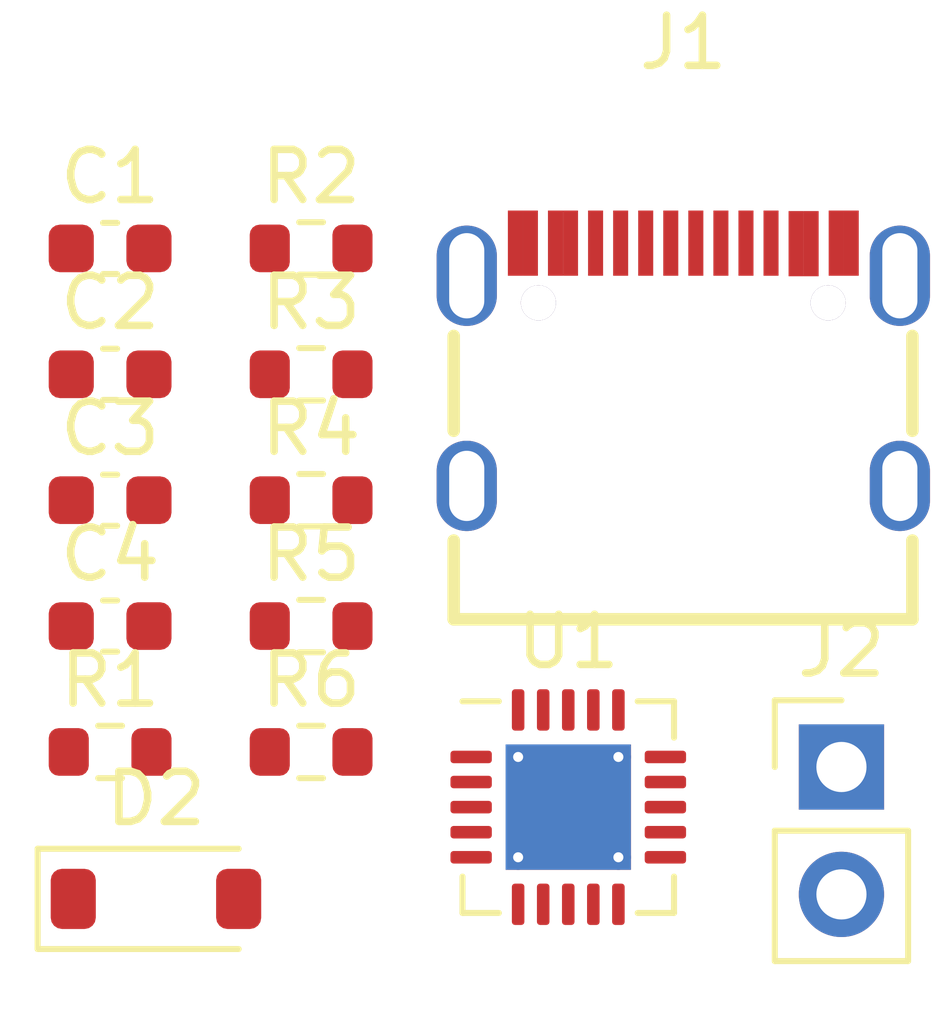
<source format=kicad_pcb>
(kicad_pcb (version 20221018) (generator pcbnew)
  (layers (0 "F.Cu" signal) (31 "B.Cu" signal) (34 "B.Paste" user) (35 "F.Paste" user) (36 "B.SilkS" user "B.Silkscreen") (37 "F.SilkS" user "F.Silkscreen") (38 "B.Mask" user) (39 "F.Mask" user) (44 "Edge.Cuts" user))
  (net 0 "")
  (net 1 "12")
  (net 2 "8")
  (net 3 "5")
  (net 4 "27")
  (net 5 "10")
  (net 6 "15")
  (net 7 "7")
  (net 8 "13")
  (net 9 "14")
  (net 10 "36")
  (net 11 "35")
  (net 12 "34")
  (net 13 "25")
  (net 14 "11")
  (net 15 "2")
  (net 16 "37")
  (net 17 "1")
  (footprint "bike_light_lib:USB-C-SMD_KH-TYPE-C-16P" (layer "F.Cu") (at 194.965 111.355)
    (fp_text reference "J1" (at 0 -6.42) (layer "F.SilkS"))
    (fp_text value "")
    (fp_line (start -4.58 -0.57) (end -4.58 1.32) (stroke (width 0.25)) (layer "F.SilkS"))
    (fp_line (start -4.58 3.51) (end -4.58 5.08) (stroke (width 0.25)) (layer "F.SilkS"))
    (fp_line (start -4.58 5.08) (end 4.57 5.08) (stroke (width 0.25)) (layer "F.SilkS"))
    (fp_line (start 4.57 1.32) (end 4.57 -0.57) (stroke (width 0.25)) (layer "F.SilkS"))
    (fp_line (start 4.57 5.08) (end 4.57 3.51) (stroke (width 0.25)) (layer "F.SilkS"))
    (pad "" thru_hole circle (at -2.89 -1.23) (size 0.7 0.7) (drill 0.7) (layers "*.Cu" "*.Mask"))
    (pad "" thru_hole circle (at 2.89 -1.23) (size 0.7 0.7) (drill 0.7) (layers "*.Cu" "*.Mask"))
    (pad "1" thru_hole oval (at -4.32 -1.77) (size 1.2 2) (drill oval 0.700024 1.699997) (layers "*.Cu" "*.Paste" "*.Mask") (net 15 "2"))
    (pad "2" thru_hole oval (at 4.32 -1.77) (size 1.2 2) (drill oval 0.700024 1.699997) (layers "*.Cu" "*.Paste" "*.Mask") (net 15 "2"))
    (pad "3" thru_hole oval (at -4.32 2.42) (size 1.2 1.8) (drill oval 0.700024 1.399997) (layers "*.Cu" "*.Paste" "*.Mask") (net 15 "2"))
    (pad "4" thru_hole oval (at 4.32 2.42) (size 1.2 1.8) (drill oval 0.700024 1.399997) (layers "*.Cu" "*.Paste" "*.Mask") (net 15 "2"))
    (pad "A1" smd rect (at -3.35 -2.42) (size 0.3 1.3) (layers "F.Cu" "F.Paste" "F.Mask") (net 15 "2"))
    (pad "A4" smd rect (at -2.55 -2.42) (size 0.3 1.3) (layers "F.Cu" "F.Paste" "F.Mask") (net 17 "1"))
    (pad "A5" smd rect (at -1.25 -2.42) (size 0.3 1.3) (layers "F.Cu" "F.Paste" "F.Mask") (net 10 "36"))
    (pad "A6" smd rect (at -0.25 -2.42) (size 0.3 1.3) (layers "F.Cu" "F.Paste" "F.Mask") (net 12 "34"))
    (pad "A7" smd rect (at 0.25 -2.42) (size 0.3 1.3) (layers "F.Cu" "F.Paste" "F.Mask") (net 11 "35"))
    (pad "A8" smd rect (at 1.25 -2.42) (size 0.3 1.3) (layers "F.Cu" "F.Paste" "F.Mask") (net 16 "37"))
    (pad "A9" smd rect (at 2.55 -2.41) (size 0.3 1.3) (layers "F.Cu" "F.Paste" "F.Mask") (net 17 "1"))
    (pad "A12" smd rect (at 3.35 -2.42) (size 0.3 1.3) (layers "F.Cu" "F.Paste" "F.Mask") (net 15 "2"))
    (pad "B1" smd rect (at 3.05 -2.42) (size 0.3 1.3) (layers "F.Cu" "F.Paste" "F.Mask") (net 15 "2"))
    (pad "B4" smd rect (at 2.25 -2.41) (size 0.3 1.3) (layers "F.Cu" "F.Paste" "F.Mask") (net 17 "1"))
    (pad "B5" smd rect (at 1.75 -2.42) (size 0.3 1.3) (layers "F.Cu" "F.Paste" "F.Mask") (net 10 "36"))
    (pad "B6" smd rect (at 0.75 -2.42) (size 0.3 1.3) (layers "F.Cu" "F.Paste" "F.Mask") (net 12 "34"))
    (pad "B7" smd rect (at -0.75 -2.42) (size 0.3 1.3) (layers "F.Cu" "F.Paste" "F.Mask") (net 11 "35"))
    (pad "B8" smd rect (at -1.75 -2.42) (size 0.3 1.3) (layers "F.Cu" "F.Paste" "F.Mask") (net 16 "37"))
    (pad "B9" smd rect (at -2.25 -2.42) (size 0.3 1.3) (layers "F.Cu" "F.Paste" "F.Mask") (net 17 "1"))
    (pad "B12" smd rect (at -3.05 -2.42) (size 0.3 1.3) (layers "F.Cu" "F.Paste" "F.Mask") (net 15 "2"))
  )
  (footprint "Resistor_SMD:R_0603_1608Metric" (layer "F.Cu") (at 187.54 116.57)
    (fp_text reference "R5" (at 0 -1.43) (layer "F.SilkS"))
    (fp_text value "1M")
    (fp_line (start -0.237258 -0.5225) (end 0.237258 -0.5225) (stroke (width 0.12)) (layer "F.SilkS"))
    (fp_line (start -0.237258 0.5225) (end 0.237258 0.5225) (stroke (width 0.12)) (layer "F.SilkS"))
    (pad "1" smd roundrect (at -0.825 0) (size 0.8 0.95) (layers "F.Cu" "F.Paste" "F.Mask") (net 7 "7"))
    (pad "2" smd roundrect (at 0.825 0) (size 0.8 0.95) (layers "F.Cu" "F.Paste" "F.Mask") (net 8 "13"))
  )
  (footprint "Resistor_SMD:R_0603_1608Metric" (layer "F.Cu") (at 183.53 119.08)
    (fp_text reference "R1" (at 0 -1.43) (layer "F.SilkS"))
    (fp_text value "6.81k")
    (fp_line (start -0.237258 -0.5225) (end 0.237258 -0.5225) (stroke (width 0.12)) (layer "F.SilkS"))
    (fp_line (start -0.237258 0.5225) (end 0.237258 0.5225) (stroke (width 0.12)) (layer "F.SilkS"))
    (pad "1" smd roundrect (at -0.825 0) (size 0.8 0.95) (layers "F.Cu" "F.Paste" "F.Mask") (net 5 "10"))
    (pad "2" smd roundrect (at 0.825 0) (size 0.8 0.95) (layers "F.Cu" "F.Paste" "F.Mask") (net 15 "2"))
  )
  (footprint "Diode_SMD:D_SOD-123" (layer "F.Cu") (at 184.445 122.01)
    (fp_text reference "D2" (at 0 -2) (layer "F.SilkS"))
    (fp_text value "")
    (fp_line (start -2.36 -1) (end -2.36 1) (stroke (width 0.12)) (layer "F.SilkS"))
    (fp_line (start -2.36 -1) (end 1.65 -1) (stroke (width 0.12)) (layer "F.SilkS"))
    (fp_line (start -2.36 1) (end 1.65 1) (stroke (width 0.12)) (layer "F.SilkS"))
    (pad "1" smd roundrect (at -1.65 0) (size 0.9 1.2) (layers "F.Cu" "F.Paste" "F.Mask") (net 6 "15"))
    (pad "2" smd roundrect (at 1.65 0) (size 0.9 1.2) (layers "F.Cu" "F.Paste" "F.Mask") (net 7 "7"))
  )
  (footprint "Capacitor_SMD:C_0603_1608Metric" (layer "F.Cu") (at 183.53 111.55)
    (fp_text reference "C2" (at 0 -1.43) (layer "F.SilkS"))
    (fp_text value "10uF")
    (fp_line (start -0.14058 -0.51) (end 0.14058 -0.51) (stroke (width 0.12)) (layer "F.SilkS"))
    (fp_line (start -0.14058 0.51) (end 0.14058 0.51) (stroke (width 0.12)) (layer "F.SilkS"))
    (pad "1" smd roundrect (at -0.775 0) (size 0.9 0.95) (layers "F.Cu" "F.Paste" "F.Mask") (net 7 "7"))
    (pad "2" smd roundrect (at 0.775 0) (size 0.9 0.95) (layers "F.Cu" "F.Paste" "F.Mask") (net 15 "2"))
  )
  (footprint "Package_DFN_QFN:QFN-20-1EP_4x4mm_P0.5mm_EP2.5x2.5mm_ThermalVias" (layer "F.Cu") (at 192.67 120.18)
    (fp_text reference "U1" (at 0 -3.3) (layer "F.SilkS"))
    (fp_text value "")
    (fp_line (start -2.11 2.11) (end -2.11 1.385) (stroke (width 0.12)) (layer "F.SilkS"))
    (fp_line (start -1.385 -2.11) (end -2.11 -2.11) (stroke (width 0.12)) (layer "F.SilkS"))
    (fp_line (start -1.385 2.11) (end -2.11 2.11) (stroke (width 0.12)) (layer "F.SilkS"))
    (fp_line (start 1.385 -2.11) (end 2.11 -2.11) (stroke (width 0.12)) (layer "F.SilkS"))
    (fp_line (start 1.385 2.11) (end 2.11 2.11) (stroke (width 0.12)) (layer "F.SilkS"))
    (fp_line (start 2.11 -2.11) (end 2.11 -1.385) (stroke (width 0.12)) (layer "F.SilkS"))
    (fp_line (start 2.11 2.11) (end 2.11 1.385) (stroke (width 0.12)) (layer "F.SilkS"))
    (pad "1" smd roundrect (at -1.9375 -1) (size 0.825 0.25) (layers "F.Cu" "F.Paste" "F.Mask"))
    (pad "2" smd roundrect (at -1.9375 -0.5) (size 0.825 0.25) (layers "F.Cu" "F.Paste" "F.Mask"))
    (pad "3" smd roundrect (at -1.9375 0) (size 0.825 0.25) (layers "F.Cu" "F.Paste" "F.Mask") (net 17 "1"))
    (pad "4" smd roundrect (at -1.9375 0.5) (size 0.825 0.25) (layers "F.Cu" "F.Paste" "F.Mask") (net 5 "10"))
    (pad "5" smd roundrect (at -1.9375 1) (size 0.825 0.25) (layers "F.Cu" "F.Paste" "F.Mask") (net 17 "1"))
    (pad "6" smd roundrect (at -1 1.9375) (size 0.25 0.825) (layers "F.Cu" "F.Paste" "F.Mask") (net 14 "11"))
    (pad "7" smd roundrect (at -0.5 1.9375) (size 0.25 0.825) (layers "F.Cu" "F.Paste" "F.Mask") (net 1 "12"))
    (pad "8" smd roundrect (at 0 1.9375) (size 0.25 0.825) (layers "F.Cu" "F.Paste" "F.Mask") (net 8 "13"))
    (pad "9" smd roundrect (at 0.5 1.9375) (size 0.25 0.825) (layers "F.Cu" "F.Paste" "F.Mask") (net 9 "14"))
    (pad "10" smd roundrect (at 1 1.9375) (size 0.25 0.825) (layers "F.Cu" "F.Paste" "F.Mask") (net 9 "14"))
    (pad "11" smd roundrect (at 1.9375 1) (size 0.825 0.25) (layers "F.Cu" "F.Paste" "F.Mask") (net 17 "1"))
    (pad "12" smd roundrect (at 1.9375 0.5) (size 0.825 0.25) (layers "F.Cu" "F.Paste" "F.Mask") (net 17 "1"))
    (pad "13" smd roundrect (at 1.9375 0) (size 0.825 0.25) (layers "F.Cu" "F.Paste" "F.Mask") (net 7 "7"))
    (pad "14" smd roundrect (at 1.9375 -0.5) (size 0.825 0.25) (layers "F.Cu" "F.Paste" "F.Mask") (net 3 "5"))
    (pad "15" smd roundrect (at 1.9375 -1) (size 0.825 0.25) (layers "F.Cu" "F.Paste" "F.Mask") (net 17 "1"))
    (pad "16" smd roundrect (at 1 -1.9375) (size 0.25 0.825) (layers "F.Cu" "F.Paste" "F.Mask") (net 17 "1"))
    (pad "17" smd roundrect (at 0.5 -1.9375) (size 0.25 0.825) (layers "F.Cu" "F.Paste" "F.Mask") (net 15 "2"))
    (pad "18" smd roundrect (at 0 -1.9375) (size 0.25 0.825) (layers "F.Cu" "F.Paste" "F.Mask") (net 6 "15"))
    (pad "19" smd roundrect (at -0.5 -1.9375) (size 0.25 0.825) (layers "F.Cu" "F.Paste" "F.Mask"))
    (pad "20" smd roundrect (at -1 -1.9375) (size 0.25 0.825) (layers "F.Cu" "F.Paste" "F.Mask"))
    (pad "21" thru_hole circle (at -1 -1) (size 0.5 0.5) (drill 0.2) (layers "*.Cu"))
    (pad "21" thru_hole circle (at -1 1) (size 0.5 0.5) (drill 0.2) (layers "*.Cu"))
    (pad "21" smd rect (at 0 0) (size 2.5 2.5) (layers "F.Cu" "F.Mask"))
    (pad "21" smd rect (at 0 0) (size 2.5 2.5) (layers "B.Cu"))
    (pad "21" thru_hole circle (at 1 -1) (size 0.5 0.5) (drill 0.2) (layers "*.Cu"))
    (pad "21" thru_hole circle (at 1 1) (size 0.5 0.5) (drill 0.2) (layers "*.Cu"))
  )
  (footprint "Resistor_SMD:R_0603_1608Metric" (layer "F.Cu") (at 187.54 111.55)
    (fp_text reference "R3" (at 0 -1.43) (layer "F.SilkS"))
    (fp_text value "2.4k")
    (fp_line (start -0.237258 -0.5225) (end 0.237258 -0.5225) (stroke (width 0.12)) (layer "F.SilkS"))
    (fp_line (start -0.237258 0.5225) (end 0.237258 0.5225) (stroke (width 0.12)) (layer "F.SilkS"))
    (pad "1" smd roundrect (at -0.825 0) (size 0.8 0.95) (layers "F.Cu" "F.Paste" "F.Mask") (net 13 "25"))
    (pad "2" smd roundrect (at 0.825 0) (size 0.8 0.95) (layers "F.Cu" "F.Paste" "F.Mask") (net 4 "27"))
  )
  (footprint "Resistor_SMD:R_0603_1608Metric" (layer "F.Cu") (at 187.54 119.08)
    (fp_text reference "R6" (at 0 -1.43) (layer "F.SilkS"))
    (fp_text value "75k")
    (fp_line (start -0.237258 -0.5225) (end 0.237258 -0.5225) (stroke (width 0.12)) (layer "F.SilkS"))
    (fp_line (start -0.237258 0.5225) (end 0.237258 0.5225) (stroke (width 0.12)) (layer "F.SilkS"))
    (pad "1" smd roundrect (at -0.825 0) (size 0.8 0.95) (layers "F.Cu" "F.Paste" "F.Mask") (net 8 "13"))
    (pad "2" smd roundrect (at 0.825 0) (size 0.8 0.95) (layers "F.Cu" "F.Paste" "F.Mask") (net 15 "2"))
  )
  (footprint "Connector_PinHeader_2.54mm:PinHeader_1x02_P2.54mm_Vertical" (layer "F.Cu") (at 198.12 119.38)
    (fp_text reference "J2" (at 0 -2.33) (layer "F.SilkS"))
    (fp_text value "")
    (fp_line (start -1.33 -1.33) (end 0 -1.33) (stroke (width 0.12)) (layer "F.SilkS"))
    (fp_line (start -1.33 0) (end -1.33 -1.33) (stroke (width 0.12)) (layer "F.SilkS"))
    (fp_line (start -1.33 1.27) (end -1.33 3.87) (stroke (width 0.12)) (layer "F.SilkS"))
    (fp_line (start -1.33 1.27) (end 1.33 1.27) (stroke (width 0.12)) (layer "F.SilkS"))
    (fp_line (start -1.33 3.87) (end 1.33 3.87) (stroke (width 0.12)) (layer "F.SilkS"))
    (fp_line (start 1.33 1.27) (end 1.33 3.87) (stroke (width 0.12)) (layer "F.SilkS"))
    (pad "1" thru_hole rect (at 0 0) (size 1.7 1.7) (drill 1) (layers "*.Cu" "*.Mask") (net 2 "8"))
    (pad "2" thru_hole oval (at 0 2.54) (size 1.7 1.7) (drill 1) (layers "*.Cu" "*.Mask") (net 15 "2"))
  )
  (footprint "Capacitor_SMD:C_0603_1608Metric" (layer "F.Cu") (at 183.53 109.04)
    (fp_text reference "C1" (at 0 -1.43) (layer "F.SilkS"))
    (fp_text value "3.3uF")
    (fp_line (start -0.14058 -0.51) (end 0.14058 -0.51) (stroke (width 0.12)) (layer "F.SilkS"))
    (fp_line (start -0.14058 0.51) (end 0.14058 0.51) (stroke (width 0.12)) (layer "F.SilkS"))
    (pad "1" smd roundrect (at -0.775 0) (size 0.9 0.95) (layers "F.Cu" "F.Paste" "F.Mask") (net 17 "1"))
    (pad "2" smd roundrect (at 0.775 0) (size 0.9 0.95) (layers "F.Cu" "F.Paste" "F.Mask") (net 15 "2"))
  )
  (footprint "Capacitor_SMD:C_0603_1608Metric" (layer "F.Cu") (at 183.53 116.57)
    (fp_text reference "C4" (at 0 -1.43) (layer "F.SilkS"))
    (fp_text value "10nF")
    (fp_line (start -0.14058 -0.51) (end 0.14058 -0.51) (stroke (width 0.12)) (layer "F.SilkS"))
    (fp_line (start -0.14058 0.51) (end 0.14058 0.51) (stroke (width 0.12)) (layer "F.SilkS"))
    (pad "1" smd roundrect (at -0.775 0) (size 0.9 0.95) (layers "F.Cu" "F.Paste" "F.Mask") (net 4 "27"))
    (pad "2" smd roundrect (at 0.775 0) (size 0.9 0.95) (layers "F.Cu" "F.Paste" "F.Mask") (net 15 "2"))
  )
  (footprint "Resistor_SMD:R_0603_1608Metric" (layer "F.Cu") (at 187.54 114.06)
    (fp_text reference "R4" (at 0 -1.43) (layer "F.SilkS"))
    (fp_text value "100k")
    (fp_line (start -0.237258 -0.5225) (end 0.237258 -0.5225) (stroke (width 0.12)) (layer "F.SilkS"))
    (fp_line (start -0.237258 0.5225) (end 0.237258 0.5225) (stroke (width 0.12)) (layer "F.SilkS"))
    (pad "1" smd roundrect (at -0.825 0) (size 0.8 0.95) (layers "F.Cu" "F.Paste" "F.Mask") (net 2 "8"))
    (pad "2" smd roundrect (at 0.825 0) (size 0.8 0.95) (layers "F.Cu" "F.Paste" "F.Mask") (net 15 "2"))
  )
  (footprint "Capacitor_SMD:C_0603_1608Metric" (layer "F.Cu") (at 183.53 114.06)
    (fp_text reference "C3" (at 0 -1.43) (layer "F.SilkS"))
    (fp_text value "33nF")
    (fp_line (start -0.14058 -0.51) (end 0.14058 -0.51) (stroke (width 0.12)) (layer "F.SilkS"))
    (fp_line (start -0.14058 0.51) (end 0.14058 0.51) (stroke (width 0.12)) (layer "F.SilkS"))
    (pad "1" smd roundrect (at -0.775 0) (size 0.9 0.95) (layers "F.Cu" "F.Paste" "F.Mask") (net 14 "11"))
    (pad "2" smd roundrect (at 0.775 0) (size 0.9 0.95) (layers "F.Cu" "F.Paste" "F.Mask") (net 15 "2"))
  )
  (footprint "Resistor_SMD:R_0603_1608Metric" (layer "F.Cu") (at 187.54 109.04)
    (fp_text reference "R2" (at 0 -1.43) (layer "F.SilkS"))
    (fp_text value "0.33R")
    (fp_line (start -0.237258 -0.5225) (end 0.237258 -0.5225) (stroke (width 0.12)) (layer "F.SilkS"))
    (fp_line (start -0.237258 0.5225) (end 0.237258 0.5225) (stroke (width 0.12)) (layer "F.SilkS"))
    (pad "1" smd roundrect (at -0.825 0) (size 0.8 0.95) (layers "F.Cu" "F.Paste" "F.Mask") (net 7 "7"))
    (pad "2" smd roundrect (at 0.825 0) (size 0.8 0.95) (layers "F.Cu" "F.Paste" "F.Mask") (net 3 "5"))
  )
)
</source>
